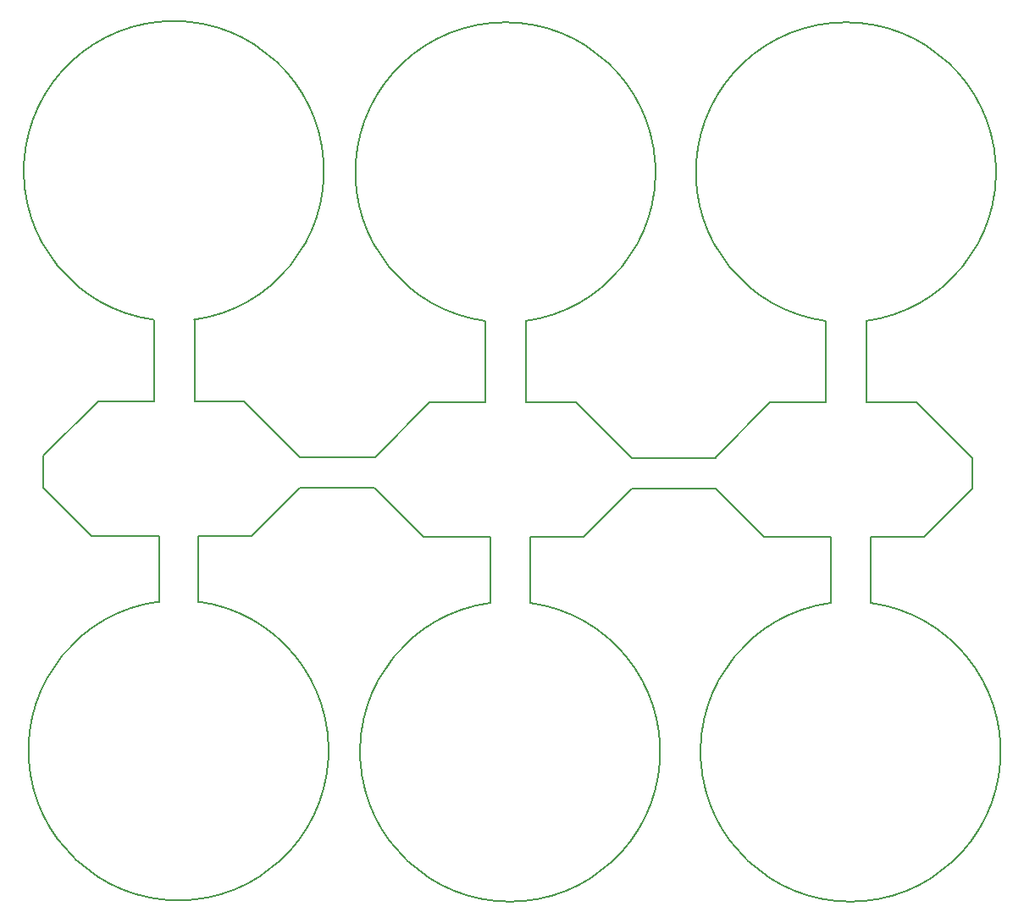
<source format=gbr>
G04 (created by PCBNEW (2013-may-18)-stable) date Пн 18 апр 2016 10:16:46*
%MOIN*%
G04 Gerber Fmt 3.4, Leading zero omitted, Abs format*
%FSLAX34Y34*%
G01*
G70*
G90*
G04 APERTURE LIST*
%ADD10C,0.00590551*%
G04 APERTURE END LIST*
G54D10*
X79200Y-65000D02*
X82500Y-65000D01*
X82500Y-63800D02*
X82500Y-63750D01*
X79200Y-63800D02*
X82500Y-63800D01*
X69050Y-64950D02*
X69100Y-65000D01*
X66150Y-64950D02*
X69050Y-64950D01*
X66150Y-63750D02*
X69100Y-63750D01*
X62150Y-66850D02*
X64250Y-66850D01*
X62150Y-69450D02*
X62150Y-66850D01*
X60600Y-66850D02*
X57950Y-66850D01*
X60600Y-69450D02*
X60600Y-66850D01*
X62000Y-61550D02*
X63950Y-61550D01*
X62000Y-58350D02*
X62000Y-61550D01*
X60400Y-61550D02*
X58200Y-61550D01*
X60400Y-58350D02*
X60400Y-61550D01*
X60583Y-69442D02*
G75*
G03X62166Y-69442I791J-5852D01*
G74*
G01*
X61981Y-58342D02*
G75*
G03X60398Y-58342I-791J5852D01*
G74*
G01*
X60405Y-58345D02*
X60400Y-58345D01*
X66150Y-64950D02*
X64250Y-66850D01*
X63950Y-61550D02*
X66150Y-63750D01*
X56050Y-64950D02*
X57950Y-66850D01*
X56050Y-63700D02*
X56050Y-64950D01*
X58200Y-61550D02*
X56050Y-63700D01*
X71250Y-61600D02*
X69100Y-63750D01*
X69100Y-65000D02*
X71000Y-66900D01*
X77000Y-61600D02*
X79200Y-63800D01*
X79200Y-65000D02*
X77300Y-66900D01*
X73455Y-58395D02*
X73450Y-58395D01*
X75031Y-58392D02*
G75*
G03X73448Y-58392I-791J5852D01*
G74*
G01*
X73633Y-69492D02*
G75*
G03X75216Y-69492I791J-5852D01*
G74*
G01*
X73450Y-58400D02*
X73450Y-61600D01*
X73450Y-61600D02*
X71250Y-61600D01*
X75050Y-58400D02*
X75050Y-61600D01*
X75050Y-61600D02*
X77000Y-61600D01*
X73650Y-69500D02*
X73650Y-66900D01*
X73650Y-66900D02*
X71000Y-66900D01*
X75200Y-69500D02*
X75200Y-66900D01*
X75200Y-66900D02*
X77300Y-66900D01*
X88600Y-66900D02*
X90700Y-66900D01*
X88600Y-69500D02*
X88600Y-66900D01*
X87050Y-66900D02*
X84400Y-66900D01*
X87050Y-69500D02*
X87050Y-66900D01*
X88450Y-61600D02*
X90400Y-61600D01*
X88450Y-58400D02*
X88450Y-61600D01*
X86850Y-61600D02*
X84650Y-61600D01*
X86850Y-58400D02*
X86850Y-61600D01*
X87033Y-69492D02*
G75*
G03X88616Y-69492I791J-5852D01*
G74*
G01*
X88431Y-58392D02*
G75*
G03X86848Y-58392I-791J5852D01*
G74*
G01*
X86855Y-58395D02*
X86850Y-58395D01*
X92600Y-65000D02*
X90700Y-66900D01*
X92600Y-63800D02*
X92600Y-65000D01*
X90400Y-61600D02*
X92600Y-63800D01*
X82500Y-65000D02*
X84400Y-66900D01*
X84650Y-61600D02*
X82500Y-63750D01*
M02*

</source>
